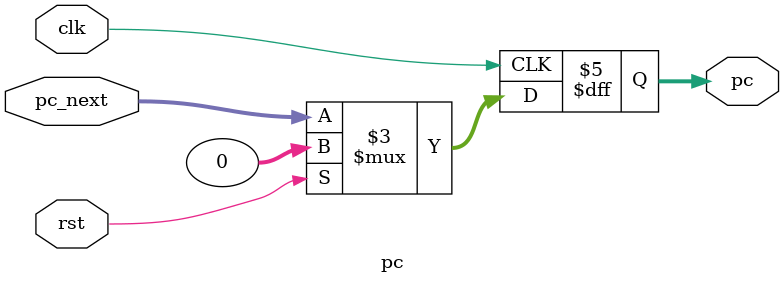
<source format=v>
module pc
#(
    parameter WORD_SIZE = 32
)
(
    input                      clk
,	input                      rst
,   input      [WORD_SIZE-1:0] pc_next
,   output reg [WORD_SIZE-1:0] pc    
);

always @(posedge clk) begin
	if (rst) begin
		pc <= 0;
	end else begin
		pc <= pc_next;
	end
end

endmodule
</source>
